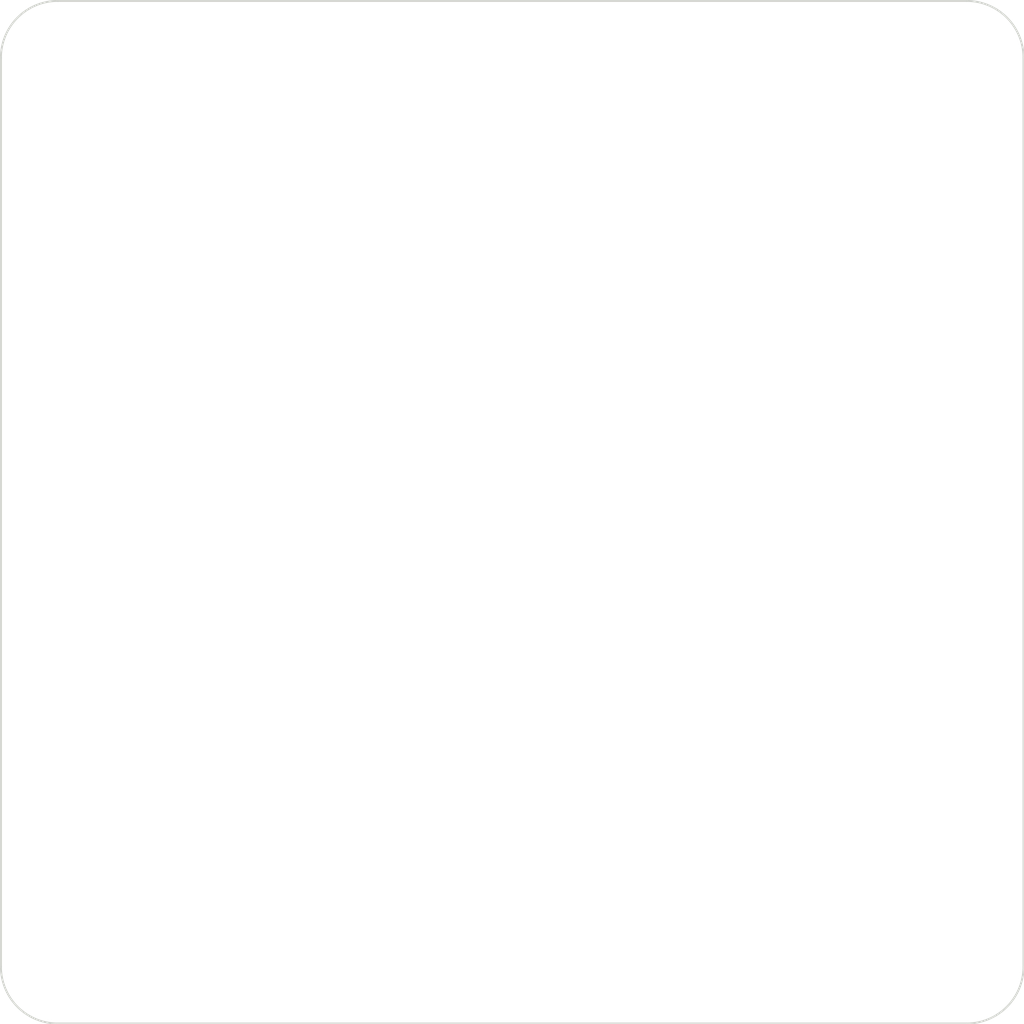
<source format=kicad_pcb>
(kicad_pcb (version 20240108) (generator "pcbnew") (generator_version "8.0")
  (layers (0 "F.Cu" signal) (1 "In1.Cu" signal) (2 "In2.Cu" signal) (31 "B.Cu" signal) (34 "B.Paste" user) (35 "F.Paste" user) (36 "B.SilkS" user "B.Silkscreen") (37 "F.SilkS" user "F.Silkscreen") (38 "B.Mask" user) (39 "F.Mask" user) (44 "Edge.Cuts" user))
  (net 0 "")
  (footprint "Liem:HOLDER-2.2MM" (layer "F.Cu") (at 100 52)
    (property "Reference" "SH1" (hide yes))
    (property "Value" "SCREW HOLDER" (hide yes))
    (pad "" np_thru_hole circle (at 0 0 180) (size 2.2 2.2) (drill 2.2) (layers "F&B.Cu" "*.Mask"))
  )
  (footprint "Liem:HOLDER-2.2MM" (layer "F.Cu") (at 103 55)
    (property "Reference" "SH2" (hide yes))
    (property "Value" "SCREW HOLDER" (hide yes))
    (pad "" np_thru_hole circle (at 0 0 180) (size 2.2 2.2) (drill 2.2) (layers "F&B.Cu" "*.Mask"))
  )
  (footprint "Liem:HOLDER-2.2MM" (layer "F.Cu") (at 100 99.9999)
    (property "Reference" "SH4" (hide yes))
    (property "Value" "SCREW HOLDER" (hide yes))
    (pad "" np_thru_hole circle (at 0 0 180) (size 2.2 2.2) (drill 2.2) (layers "F&B.Cu" "*.Mask"))
  )
  (footprint "Liem:HOLDER-2.2MM" (layer "F.Cu") (at 148.0001 52)
    (property "Reference" "SH3" (hide yes))
    (property "Value" "SCREW HOLDER" (hide yes))
    (pad "" np_thru_hole circle (at 0 0 180) (size 2.2 2.2) (drill 2.2) (layers "F&B.Cu" "*.Mask"))
  )
  (footprint "Liem:HOLDER-2.2MM" (layer "F.Cu") (at 148 100)
    (property "Reference" "SH5" (hide yes))
    (property "Value" "SCREW HOLDER" (hide yes))
    (pad "" np_thru_hole circle (at 0 0 180) (size 2.2 2.2) (drill 2.2) (layers "F&B.Cu" "*.Mask"))
  )
  (gr_line (start 100.00005 102.99995) (end 148.00005 102.99995) (stroke (width 0.1)) (layer "Edge.Cuts"))
  (gr_arc (start 100 102.99995) (mid 97.878644 102.121256) (end 96.99995 99.9999) (stroke (width 0.1)) (layer "Edge.Cuts"))
  (gr_line (start 97.00005 51.99995) (end 97.00005 99.99985) (stroke (width 0.1)) (layer "Edge.Cuts"))
  (gr_arc (start 148.00005 48.99995) (mid 150.121406 49.878644) (end 151.0001 52) (stroke (width 0.1)) (layer "Edge.Cuts"))
  (gr_line (start 148.00005 48.99995) (end 100.00005 48.99995) (stroke (width 0.1)) (layer "Edge.Cuts"))
  (gr_arc (start 97 52) (mid 97.878694 49.878644) (end 100.00005 48.99995) (stroke (width 0.1)) (layer "Edge.Cuts"))
  (gr_line (start 151.00005 99.99985) (end 151.00005 51.99995) (stroke (width 0.1)) (layer "Edge.Cuts"))
  (gr_arc (start 151.00005 99.99985) (mid 150.121356 102.121206) (end 148 102.9999) (stroke (width 0.1)) (layer "Edge.Cuts"))
)
</source>
